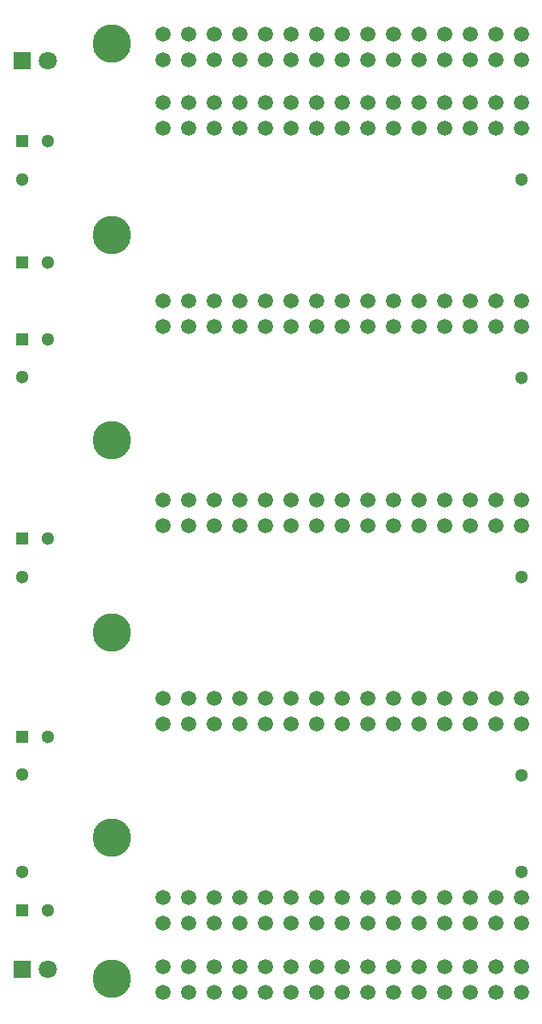
<source format=gbr>
G04 DipTrace 4.3.0.5*
G04 TopPaste.gbr*
%MOMM*%
G04 #@! TF.FileFunction,Paste,Top*
G04 #@! TF.Part,Single*
%ADD26C,1.5*%
%ADD36C,3.8*%
%ADD38C,1.8*%
%ADD40R,1.8X1.8*%
%ADD41C,1.3*%
%ADD43R,1.3X1.3*%
%FSLAX35Y35*%
G04*
G71*
G90*
G75*
G01*
G04 TopPaste*
%LPD*%
D26*
X0Y9229877D3*
Y9483877D3*
X254000Y9229877D3*
Y9483877D3*
X508000Y9229877D3*
Y9483877D3*
X762000Y9229877D3*
Y9483877D3*
X1016000Y9229877D3*
Y9483877D3*
X1270000Y9229877D3*
Y9483877D3*
X1524000Y9229877D3*
Y9483877D3*
X1778000Y9229877D3*
Y9483877D3*
X2032000Y9229877D3*
Y9483877D3*
X2286000Y9229877D3*
Y9483877D3*
X2540000Y9229877D3*
Y9483877D3*
X2794000Y9229877D3*
Y9483877D3*
X3048000Y9229877D3*
Y9483877D3*
X3302000Y9229877D3*
Y9483877D3*
X3556000Y9229877D3*
Y9483877D3*
D43*
X-1397000Y7225627D3*
D26*
X0Y8559127D3*
Y8813127D3*
X254000Y8559127D3*
Y8813127D3*
X508000Y8559127D3*
Y8813127D3*
X762000Y8559127D3*
Y8813127D3*
X1016000Y8559127D3*
Y8813127D3*
X1270000Y8559127D3*
Y8813127D3*
X1524000Y8559127D3*
Y8813127D3*
X1778000Y8559127D3*
Y8813127D3*
X2032000Y8559127D3*
Y8813127D3*
X2286000Y8559127D3*
Y8813127D3*
X2540000Y8559127D3*
Y8813127D3*
X2794000Y8559127D3*
Y8813127D3*
X3048000Y8559127D3*
Y8813127D3*
X3302000Y8559127D3*
Y8813127D3*
X3556000Y8559127D3*
Y8813127D3*
X0Y6590627D3*
Y6844627D3*
X254000Y6590627D3*
Y6844627D3*
X508000Y6590627D3*
Y6844627D3*
X762000Y6590627D3*
Y6844627D3*
X1016000Y6590627D3*
Y6844627D3*
X1270000Y6590627D3*
Y6844627D3*
X1524000Y6590627D3*
Y6844627D3*
X1778000Y6590627D3*
Y6844627D3*
X2032000Y6590627D3*
Y6844627D3*
X2286000Y6590627D3*
Y6844627D3*
X2540000Y6590627D3*
Y6844627D3*
X2794000Y6590627D3*
Y6844627D3*
X3048000Y6590627D3*
Y6844627D3*
X3302000Y6590627D3*
Y6844627D3*
X3556000Y6590627D3*
Y6844627D3*
X0Y4622127D3*
Y4876127D3*
X254000Y4622127D3*
Y4876127D3*
X508000Y4622127D3*
Y4876127D3*
X762000Y4622127D3*
Y4876127D3*
X1016000Y4622127D3*
Y4876127D3*
X1270000Y4622127D3*
Y4876127D3*
X1524000Y4622127D3*
Y4876127D3*
X1778000Y4622127D3*
Y4876127D3*
X2032000Y4622127D3*
Y4876127D3*
X2286000Y4622127D3*
Y4876127D3*
X2540000Y4622127D3*
Y4876127D3*
X2794000Y4622127D3*
Y4876127D3*
X3048000Y4622127D3*
Y4876127D3*
X3302000Y4622127D3*
Y4876127D3*
X3556000Y4622127D3*
Y4876127D3*
X0Y2653627D3*
Y2907627D3*
X254000Y2653627D3*
Y2907627D3*
X508000Y2653627D3*
Y2907627D3*
X762000Y2653627D3*
Y2907627D3*
X1016000Y2653627D3*
Y2907627D3*
X1270000Y2653627D3*
Y2907627D3*
X1524000Y2653627D3*
Y2907627D3*
X1778000Y2653627D3*
Y2907627D3*
X2032000Y2653627D3*
Y2907627D3*
X2286000Y2653627D3*
Y2907627D3*
X2540000Y2653627D3*
Y2907627D3*
X2794000Y2653627D3*
Y2907627D3*
X3048000Y2653627D3*
Y2907627D3*
X3302000Y2653627D3*
Y2907627D3*
X3556000Y2653627D3*
Y2907627D3*
X0Y685123D3*
Y939123D3*
X254000Y685123D3*
Y939123D3*
X508000Y685123D3*
Y939123D3*
X762000Y685123D3*
Y939123D3*
X1016000Y685123D3*
Y939123D3*
X1270000Y685123D3*
Y939123D3*
X1524000Y685123D3*
Y939123D3*
X1778000Y685123D3*
Y939123D3*
X2032000Y685123D3*
Y939123D3*
X2286000Y685123D3*
Y939123D3*
X2540000Y685123D3*
Y939123D3*
X2794000Y685123D3*
Y939123D3*
X3048000Y685123D3*
Y939123D3*
X3302000Y685123D3*
Y939123D3*
X3556000Y685123D3*
Y939123D3*
X0Y0D3*
Y254000D3*
X254000Y0D3*
Y254000D3*
X508000Y0D3*
Y254000D3*
X762000Y0D3*
Y254000D3*
X1016000Y0D3*
Y254000D3*
X1270000Y0D3*
Y254000D3*
X1524000Y0D3*
Y254000D3*
X1778000Y0D3*
Y254000D3*
X2032000Y0D3*
Y254000D3*
X2286000Y0D3*
Y254000D3*
X2540000Y0D3*
Y254000D3*
X2794000Y0D3*
Y254000D3*
X3048000Y0D3*
Y254000D3*
X3302000Y0D3*
Y254000D3*
X3556000Y0D3*
Y254000D3*
D41*
X-1143000Y7225627D3*
D40*
X-1397000Y9225877D3*
D38*
X-1143000D3*
D41*
X3556000Y8051123D3*
X-1397000Y6096000D3*
X3556000Y6082627D3*
X-1143000Y6463627D3*
D43*
X-1397000D3*
D41*
Y4114127D3*
X3556000D3*
X-1143000Y4495127D3*
D43*
X-1397000D3*
D41*
X3556000Y2145627D3*
X-1397000Y1193127D3*
X-1143000Y812127D3*
D43*
X-1397000D3*
D41*
Y8051123D3*
X-1143000Y8432127D3*
D43*
X-1397000D3*
D41*
Y2159000D3*
X-1143000Y2526623D3*
D43*
X-1397000D3*
D41*
X3556000Y1193127D3*
D40*
X-1397000Y224750D3*
D38*
X-1143000D3*
D36*
X-508000Y9398000D3*
Y7495503D3*
Y5463500D3*
Y3558503D3*
Y1526503D3*
Y129500D3*
M02*

</source>
